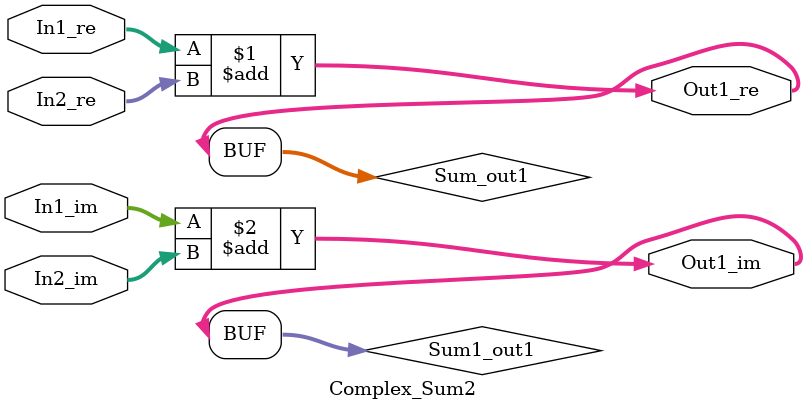
<source format=v>



`timescale 1 ns / 1 ns

module Complex_Sum2
          (In1_re,
           In1_im,
           In2_re,
           In2_im,
           Out1_re,
           Out1_im);


  input   signed [36:0] In1_re;  // sfix37_En22
  input   signed [36:0] In1_im;  // sfix37_En22
  input   signed [36:0] In2_re;  // sfix37_En22
  input   signed [36:0] In2_im;  // sfix37_En22
  output  signed [36:0] Out1_re;  // sfix37_En22
  output  signed [36:0] Out1_im;  // sfix37_En22


  wire signed [36:0] Sum_out1;  // sfix37_En22
  wire signed [36:0] Sum1_out1;  // sfix37_En22


  assign Sum_out1 = In1_re + In2_re;



  assign Out1_re = Sum_out1;

  assign Sum1_out1 = In1_im + In2_im;



  assign Out1_im = Sum1_out1;

endmodule  // Complex_Sum2


</source>
